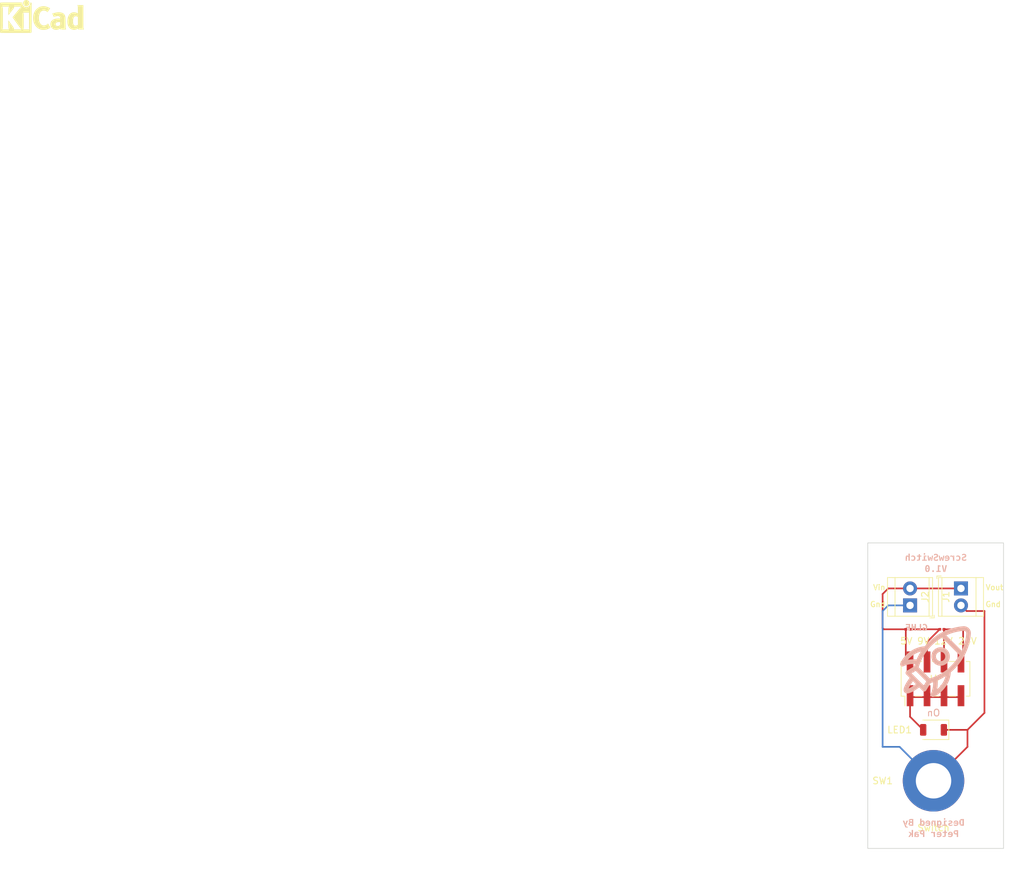
<source format=kicad_pcb>
(kicad_pcb (version 20221018) (generator pcbnew)
  (layers (0 "F.Cu" signal) (31 "B.Cu" signal) (34 "B.Paste" user) (35 "F.Paste" user) (36 "B.SilkS" user "B.Silkscreen") (37 "F.SilkS" user "F.Silkscreen") (38 "B.Mask" user) (39 "F.Mask" user) (44 "Edge.Cuts" user))
  (net 0 "")
  (net 1 "Net-(BT1-+)")
  (net 2 "Net-(BT1--)")
  (net 3 "Net-(J4-Pin_4)")
  (net 4 "Net-(J4-Pin_6)")
  (net 5 "Net-(J4-Pin_8)")
  (net 6 "Net-(J1-Pin_2)")
  (net 7 "Net-(J4-Pin_1)")
  (footprint "Connector_PinHeader_2.54mm:PinHeader_2x04_P2.54mm_Vertical_SMD" (layer "F.Cu") (at 139.997503 101.585 90)
    (fp_text reference "J4" (at -0.015 -0.297503 180) (layer "F.SilkS"))
    (fp_text value "Conn_02x04_Odd_Even")
    (pad "1" smd rect (at -2.525 -3.81 90) (size 3.15 1) (layers "F.Cu" "F.Paste" "F.Mask") (net 7 "Net-(J4-Pin_1)"))
    (pad "2" smd rect (at 2.525 -3.81 90) (size 3.15 1) (layers "F.Cu" "F.Paste" "F.Mask") (net 1 "Net-(BT1-+)"))
    (pad "3" smd rect (at -2.525 -1.27 90) (size 3.15 1) (layers "F.Cu" "F.Paste" "F.Mask") (net 7 "Net-(J4-Pin_1)"))
    (pad "4" smd rect (at 2.525 -1.27 90) (size 3.15 1) (layers "F.Cu" "F.Paste" "F.Mask") (net 3 "Net-(J4-Pin_4)"))
    (pad "5" smd rect (at -2.525 1.27 90) (size 3.15 1) (layers "F.Cu" "F.Paste" "F.Mask") (net 7 "Net-(J4-Pin_1)"))
    (pad "6" smd rect (at 2.525 1.27 90) (size 3.15 1) (layers "F.Cu" "F.Paste" "F.Mask") (net 4 "Net-(J4-Pin_6)"))
    (pad "7" smd rect (at -2.525 3.81 90) (size 3.15 1) (layers "F.Cu" "F.Paste" "F.Mask") (net 7 "Net-(J4-Pin_1)"))
    (pad "8" smd rect (at 2.525 3.81 90) (size 3.15 1) (layers "F.Cu" "F.Paste" "F.Mask") (net 5 "Net-(J4-Pin_8)"))
  )
  (footprint "LED_SMD:LED_1206_3216Metric_ReverseMount_Hole1.8x2.4mm" (layer "F.Cu") (at 139.7 109.22 180)
    (fp_text reference "LED1" (at 5.08 0) (layer "F.SilkS"))
    (fp_text value "5V RED")
    (pad "" np_thru_hole oval (at 0 0 180) (size 1.8 2.4) (drill oval 1.8 2.4) (layers "*.Cu" "*.Mask"))
    (pad "1" smd roundrect (at -1.55 0 180) (size 0.95 1.75) (layers "F.Cu" "F.Paste" "F.Mask") (roundrect_rratio 0.2) (net 6 "Net-(J1-Pin_2)"))
    (pad "2" smd roundrect (at 1.55 0 180) (size 0.95 1.75) (layers "F.Cu" "F.Paste" "F.Mask") (roundrect_rratio 0.2) (net 7 "Net-(J4-Pin_1)"))
  )
  (footprint "TerminalBlock_TE-Connectivity:TerminalBlock_TE_282834-2_1x02_P2.54mm_Horizontal" (layer "F.Cu") (at 143.807503 88.055716 -90)
    (fp_text reference "J1" (at 1.27 2.85 -90) (layer "F.SilkS") (effects (justify top)))
    (fp_text value "Screw_Terminal_Device_Output")
    (pad "1" thru_hole rect (at 0 0 270) (size 2.1 2.1) (drill 1.1) (layers "*.Cu" "*.Mask") (net 1 "Net-(BT1-+)"))
    (pad "2" thru_hole circle (at 2.54 0 270) (size 2.1 2.1) (drill 1.1) (layers "*.Cu" "*.Mask") (net 6 "Net-(J1-Pin_2)"))
  )
  (footprint "TerminalBlock_TE-Connectivity:TerminalBlock_TE_282834-2_1x02_P2.54mm_Horizontal" (layer "F.Cu") (at 136.187503 90.595716 90)
    (fp_text reference "J2" (at 1.27 2.85 90) (layer "F.SilkS") (effects (justify bottom)))
    (fp_text value "Screw_Terminal_Battery")
    (pad "1" thru_hole rect (at 0 0 90) (size 2.1 2.1) (drill 1.1) (layers "*.Cu" "*.Mask") (net 2 "Net-(BT1--)"))
    (pad "2" thru_hole circle (at 2.54 0 90) (size 2.1 2.1) (drill 1.1) (layers "*.Cu" "*.Mask") (net 1 "Net-(BT1-+)"))
  )
  (footprint "Symbol:KiCad-Logo_5mm_SilkScreen" (layer "F.Cu") (at 6.281708 2.982424)
    (fp_text reference "BT1" hide)
    (fp_text value "Battery" hide)
  )
  (footprint "MountingHole:MountingHole_3mm" (layer "F.Cu") (at 132.711923 83.832305)
    (fp_text reference "H1" hide)
    (fp_text value "MountingHole")
    (pad "" np_thru_hole circle (at 0 0) (size 3 3) (drill 3) (layers "*.Cu" "*.Mask"))
  )
  (footprint "MountingHole:MountingHole_3mm" (layer "F.Cu") (at 147.32 124.46)
    (fp_text reference "H4" hide)
    (fp_text value "MountingHole")
    (pad "" np_thru_hole circle (at 0 0) (size 3 3) (drill 3) (layers "*.Cu" "*.Mask"))
  )
  (footprint "Resistor_SMD:R_0201_0603Metric" (layer "F.Cu") (at 135.867503 94.171041)
    (fp_text reference "R1" hide)
    (fp_text value "200")
    (pad "1" smd roundrect (at -0.32 0) (size 0.46 0.4) (layers "F.Cu" "F.Mask") (net 1 "Net-(BT1-+)"))
    (pad "2" smd roundrect (at 0.32 0) (size 0.46 0.4) (layers "F.Cu" "F.Mask") (net 3 "Net-(J4-Pin_4)"))
  )
  (footprint "MountingHole:MountingHole_3mm" (layer "F.Cu") (at 147.32 83.82)
    (fp_text reference "H2" hide)
    (fp_text value "MountingHole")
    (pad "" np_thru_hole circle (at 0 0) (size 3 3) (drill 3) (layers "*.Cu" "*.Mask"))
  )
  (footprint "MountingHole:MountingHole_3mm" (layer "F.Cu") (at 132.711923 124.472305)
    (fp_text reference "H3" hide)
    (fp_text value "MountingHole")
    (pad "" np_thru_hole circle (at 0 0) (size 3 3) (drill 3) (layers "*.Cu" "*.Mask"))
  )
  (footprint "MountingHole:MountingHole_5.3mm_M5_DIN965_Pad_TopBottom" (layer "F.Cu") (at 139.7 116.84)
    (fp_text reference "SW1" (at -7.62 0) (layer "F.SilkS"))
    (fp_text value "SW_DIP_x01")
    (pad "1" thru_hole circle (at 0 0) (size 5.7 5.7) (drill 5.3) (layers "*.Cu" "*.Mask") (net 2 "Net-(BT1--)"))
    (pad "1" connect circle (at 0 0) (size 9.2 9.2) (layers "F.Cu" "F.Mask") (net 2 "Net-(BT1--)"))
    (pad "1" connect circle (at 0 0) (size 9.2 9.2) (layers "B.Cu" "B.Mask") (net 2 "Net-(BT1--)"))
  )
  (footprint "Resistor_SMD:R_0201_0603Metric" (layer "F.Cu") (at 143.807503 94.171041)
    (fp_text reference "R3" hide)
    (fp_text value "560")
    (pad "1" smd roundrect (at -0.32 0) (size 0.46 0.4) (layers "F.Cu" "F.Mask") (net 4 "Net-(J4-Pin_6)"))
    (pad "2" smd roundrect (at 0.32 0) (size 0.46 0.4) (layers "F.Cu" "F.Mask") (net 5 "Net-(J4-Pin_8)"))
  )
  (footprint "Resistor_SMD:R_0201_0603Metric" (layer "F.Cu") (at 140.947503 94.171041)
    (fp_text reference "R2" hide)
    (fp_text value "300")
    (pad "1" smd roundrect (at -0.32 0) (size 0.46 0.4) (layers "F.Cu" "F.Mask") (net 3 "Net-(J4-Pin_4)"))
    (pad "2" smd roundrect (at 0.32 0) (size 0.46 0.4) (layers "F.Cu" "F.Mask") (net 4 "Net-(J4-Pin_6)"))
  )
  (gr_poly (pts (xy 140.823116 96.858398) (xy 140.889418 96.86315) (xy 140.955473 96.871069) (xy 141.021159 96.882154) (xy 141.086352 96.896407) (xy 141.150928 96.913826) (xy 141.214765 96.934413) (xy 141.277739 96.958166) (xy 141.339727 96.985086) (xy 141.400605 97.015173) (xy 141.460251 97.048427) (xy 141.518542 97.084848) (xy 141.575353 97.124436) (xy 141.630562 97.16719) (xy 141.684045 97.213111) (xy 141.73568 97.262199) (xy 141.784706 97.313777) (xy 141.830569 97.367216) (xy 141.873269 97.42239) (xy 141.912806 97.479176) (xy 141.94918 97.53745) (xy 141.982391 97.597087) (xy 142.012439 97.657965) (xy 142.039324 97.719958) (xy 142.063046 97.782943) (xy 142.083605 97.846796) (xy 142.101002 97.911393) (xy 142.115235 97.97661) (xy 142.126305 98.042323) (xy 142.134213 98.108407) (xy 142.138957 98.17474) (xy 142.140538 98.241197) (xy 142.138957 98.307654) (xy 142.134213 98.373986) (xy 142.126305 98.440071) (xy 142.115235 98.505784) (xy 142.101002 98.571001) (xy 142.083605 98.635598) (xy 142.063046 98.699451) (xy 142.039324 98.762436) (xy 142.012439 98.824429) (xy 141.982391 98.885307) (xy 141.94918 98.944944) (xy 141.912806 99.003218) (xy 141.873269 99.060004) (xy 141.830569 99.115178) (xy 141.784706 99.168616) (xy 141.73568 99.220195) (xy 141.6841 99.269224) (xy 141.63066 99.315091) (xy 141.575484 99.357793) (xy 141.518697 99.397333) (xy 141.460422 99.433709) (xy 141.400783 99.466922) (xy 141.339904 99.496972) (xy 141.27791 99.523859) (xy 141.214924 99.547582) (xy 141.15107 99.568142) (xy 141.086473 99.585539) (xy 141.021255 99.599773) (xy 140.955542 99.610844) (xy 140.889457 99.618751) (xy 140.823124 99.623495) (xy 140.756667 99.625076) (xy 140.690211 99.623494) (xy 140.623878 99.618749) (xy 140.557794 99.610841) (xy 140.492081 99.599769) (xy 140.426865 99.585535) (xy 140.362269 99.568137) (xy 140.298416 99.547577) (xy 140.235432 99.523853) (xy 140.17344 99.496966) (xy 140.112564 99.466917) (xy 140.052927 99.433704) (xy 139.994655 99.397328) (xy 139.937871 99.357789) (xy 139.882698 99.315087) (xy 139.829262 99.269223) (xy 139.777685 99.220195) (xy 139.728659 99.168615) (xy 139.682796 99.115175) (xy 139.640096 99.06) (xy 139.60056 99.003213) (xy 139.564186 98.944939) (xy 139.530975 98.885301) (xy 139.500926 98.824423) (xy 139.474041 98.76243) (xy 139.450319 98.699445) (xy 139.42976 98.635593) (xy 139.412364 98.570997) (xy 139.39813 98.50578) (xy 139.38706 98.440068) (xy 139.379153 98.373984) (xy 139.374408 98.307653) (xy 139.372827 98.241197) (xy 139.372827 98.241194) (xy 140.064726 98.241194) (xy 140.065517 98.274423) (xy 140.067889 98.307589) (xy 140.071843 98.340631) (xy 140.077378 98.373487) (xy 140.084495 98.406096) (xy 140.093194 98.438394) (xy 140.103474 98.470321) (xy 140.115335 98.501813) (xy 140.128778 98.53281) (xy 140.143803 98.563249) (xy 140.160409 98.593068) (xy 140.178597 98.622205) (xy 140.198366 98.650598) (xy 140.219717 98.678186) (xy 140.242649 98.704906) (xy 140.267163 98.730696) (xy 140.292955 98.755208) (xy 140.319677 98.778138) (xy 140.347266 98.799487) (xy 140.375661 98.819255) (xy 140.404799 98.837441) (xy 140.434619 98.854046) (xy 140.465059 98.86907) (xy 140.496057 98.882512) (xy 140.527551 98.894372) (xy 140.559478 98.904652) (xy 140.591777 98.913349) (xy 140.624386 98.920466) (xy 140.657242 98.926001) (xy 140.690285 98.929954) (xy 140.723451 98.932326) (xy 140.75668 98.933117) (xy 140.789908 98.932326) (xy 140.823075 98.929954) (xy 140.856117 98.926001) (xy 140.888973 98.920466) (xy 140.921581 98.913349) (xy 140.95388 98.904652) (xy 140.985806 98.894372) (xy 141.017299 98.882512) (xy 141.048295 98.86907) (xy 141.078734 98.854046) (xy 141.108553 98.837441) (xy 141.13769 98.819255) (xy 141.166084 98.799487) (xy 141.193671 98.778138) (xy 141.220391 98.755208) (xy 141.246181 98.730696) (xy 141.270693 98.704907) (xy 141.293624 98.678189) (xy 141.314973 98.650602) (xy 141.334741 98.62221) (xy 141.352927 98.593073) (xy 141.369532 98.563255) (xy 141.384555 98.532816) (xy 141.397997 98.501819) (xy 141.409858 98.470326) (xy 141.420137 98.438399) (xy 141.428834 98.4061) (xy 141.43595 98.373491) (xy 141.441485 98.340634) (xy 141.445438 98.307591) (xy 141.44781 98.274424) (xy 141.4486 98.241194) (xy 141.447809 98.207965) (xy 141.445436 98.174798) (xy 141.441482 98.141754) (xy 141.435946 98.108897) (xy 141.428829 98.076287) (xy 141.420131 98.043987) (xy 141.40985 98.01206) (xy 141.397989 97.980566) (xy 141.384546 97.949568) (xy 141.369521 97.919128) (xy 141.352915 97.889308) (xy 141.334727 97.86017) (xy 141.314958 97.831776) (xy 141.293607 97.804188) (xy 141.270675 97.777468) (xy 141.246161 97.751678) (xy 141.220367 97.72716) (xy 141.193644 97.704224) (xy 141.166054 97.68287) (xy 141.137659 97.663098) (xy 141.10852 97.644907) (xy 141.0787 97.628299) (xy 141.048261 97.613272) (xy 141.017264 97.599827) (xy 140.985772 97.587963) (xy 140.953846 97.577682) (xy 140.921548 97.568982) (xy 140.888941 97.561864) (xy 140.856086 97.556328) (xy 140.823045 97.552373) (xy 140.789881 97.550001) (xy 140.756654 97.54921) (xy 140.723428 97.550001) (xy 140.690263 97.552373) (xy 140.657223 97.556328) (xy 140.624368 97.561864) (xy 140.591762 97.568982) (xy 140.559465 97.577682) (xy 140.52754 97.587963) (xy 140.496048 97.599827) (xy 140.465052 97.613272) (xy 140.434614 97.628299) (xy 140.404795 97.644907) (xy 140.375658 97.663098) (xy 140.347264 97.68287) (xy 140.319676 97.704224) (xy 140.292955 97.72716) (xy 140.267163 97.751678) (xy 140.242649 97.77747) (xy 140.219717 97.804191) (xy 140.198366 97.83178) (xy 140.178597 97.860175) (xy 140.160409 97.889314) (xy 140.143803 97.919134) (xy 140.128778 97.949574) (xy 140.115335 97.980572) (xy 140.103474 98.012065) (xy 140.093194 98.043992) (xy 140.084495 98.076291) (xy 140.077378 98.1089) (xy 140.071843 98.141757) (xy 140.067889 98.174799) (xy 140.065517 98.207966) (xy 140.064726 98.241194) (xy 139.372827 98.241194) (xy 139.374408 98.174741) (xy 139.379153 98.108409) (xy 139.38706 98.042325) (xy 139.39813 97.976613) (xy 139.412364 97.911397) (xy 139.42976 97.846801) (xy 139.450319 97.782948) (xy 139.474041 97.719963) (xy 139.500926 97.65797) (xy 139.530975 97.597093) (xy 139.564186 97.537455) (xy 139.60056 97.479181) (xy 139.640096 97.422394) (xy 139.682796 97.367219) (xy 139.728659 97.313779) (xy 139.777685 97.262199) (xy 139.829322 97.213108) (xy 139.882807 97.167184) (xy 139.938018 97.124427) (xy 139.994831 97.084838) (xy 140.053122 97.048416) (xy 140.11277 97.015162) (xy 140.17365 96.985074) (xy 140.235639 96.958154) (xy 140.298613 96.934402) (xy 140.362451 96.913816) (xy 140.427028 96.896398) (xy 140.492221 96.882147) (xy 140.557907 96.871063) (xy 140.623963 96.863146) (xy 140.690265 96.858396) (xy 140.756691 96.856814)) (fill solid) (layer "B.SilkS"))
  (gr_poly (pts (xy 144.269464 93.709113) (xy 144.326317 93.712418) (xy 144.382697 93.718762) (xy 144.438489 93.728104) (xy 144.493581 93.740404) (xy 144.547857 93.755619) (xy 144.601205 93.773708) (xy 144.65351 93.794632) (xy 144.704659 93.818347) (xy 144.754538 93.844813) (xy 144.803032 93.873989) (xy 144.850028 93.905834) (xy 144.895413 93.940306) (xy 144.939072 93.977364) (xy 144.980891 94.016967) (xy 145.020492 94.058781) (xy 145.057552 94.102433) (xy 145.092027 94.147809) (xy 145.123878 94.194795) (xy 145.153061 94.24328) (xy 145.179535 94.293149) (xy 145.203258 94.34429) (xy 145.224189 94.396589) (xy 145.242285 94.449934) (xy 145.257504 94.50421) (xy 145.269805 94.559306) (xy 145.279146 94.615107) (xy 145.285485 94.671501) (xy 145.28878 94.728374) (xy 145.28899 94.785614) (xy 145.286072 94.843107) (xy 145.25481 95.162405) (xy 145.211066 95.479955) (xy 145.154903 95.795486) (xy 145.086386 96.108725) (xy 145.005581 96.419399) (xy 144.912552 96.727235) (xy 144.807363 97.031962) (xy 144.690079 97.333306) (xy 144.567793 97.615555) (xy 144.502394 97.755784) (xy 144.434141 97.895348) (xy 144.363022 98.034194) (xy 144.289025 98.172272) (xy 144.212137 98.309529) (xy 144.132346 98.445913) (xy 144.049639 98.581374) (xy 143.964005 98.715859) (xy 143.87543 98.849318) (xy 143.783903 98.981697) (xy 143.689411 99.112946) (xy 143.591941 99.243012) (xy 143.491482 99.371845) (xy 143.388021 99.499392) (xy 143.260235 99.6503) (xy 143.129441 99.797753) (xy 142.995696 99.941725) (xy 142.859055 100.08219) (xy 142.719573 100.219121) (xy 142.577308 100.352492) (xy 142.432314 100.482277) (xy 142.284649 100.608448) (xy 142.267491 100.800834) (xy 142.241435 100.991801) (xy 142.206585 101.181106) (xy 142.163049 101.368509) (xy 142.11093 101.553767) (xy 142.050335 101.736639) (xy 141.981369 101.916883) (xy 141.904138 102.094257) (xy 141.818746 102.26852) (xy 141.7253 102.439431) (xy 141.623904 102.606746) (xy 141.514665 102.770226) (xy 141.397688 102.929627) (xy 141.273078 103.084708) (xy 141.14094 103.235229) (xy 141.001381 103.380946) (xy 140.932949 103.447931) (xy 140.863191 103.513354) (xy 140.792125 103.577201) (xy 140.719766 103.63946) (xy 140.646133 103.70012) (xy 140.571241 103.759168) (xy 140.495109 103.816593) (xy 140.417753 103.872383) (xy 140.33919 103.926524) (xy 140.259438 103.979006) (xy 140.178513 104.029816) (xy 140.096432 104.078943) (xy 140.013212 104.126373) (xy 139.92887 104.172096) (xy 139.843424 104.216098) (xy 139.75689 104.258369) (xy 139.744415 104.264001) (xy 139.731806 104.269107) (xy 139.719079 104.273691) (xy 139.706248 104.277755) (xy 139.680331 104.284332) (xy 139.654171 104.288859) (xy 139.627885 104.291356) (xy 139.601588 104.291842) (xy 139.575397 104.290338) (xy 139.549426 104.286863) (xy 139.523791 104.281438) (xy 139.498609 104.274082) (xy 139.473996 104.264816) (xy 139.450067 104.25366) (xy 139.426938 104.240632) (xy 139.404725 104.225755) (xy 139.393998 104.217628) (xy 139.383543 104.209047) (xy 139.373376 104.200012) (xy 139.36351 104.190528) (xy 139.344991 104.170497) (xy 139.328282 104.149317) (xy 139.313403 104.127104) (xy 139.300375 104.103974) (xy 139.289217 104.080042) (xy 139.27995 104.055426) (xy 139.272593 104.030242) (xy 139.267167 104.004604) (xy 139.263691 103.97863) (xy 139.262187 103.952436) (xy 139.262673 103.926138) (xy 139.26517 103.899851) (xy 139.269698 103.873693) (xy 139.276277 103.847779) (xy 139.284927 103.822225) (xy 139.295669 103.797147) (xy 139.342309 103.694983) (xy 139.385622 103.591758) (xy 139.425594 103.487577) (xy 139.46221 103.382547) (xy 139.495456 103.276771) (xy 139.525318 103.170357) (xy 139.53429 103.134098) (xy 140.244859 103.134098) (xy 140.355876 103.038907) (xy 140.463225 102.939506) (xy 140.566749 102.836049) (xy 140.666292 102.728695) (xy 140.761698 102.617599) (xy 140.85281 102.502917) (xy 140.939471 102.384807) (xy 141.021526 102.263424) (xy 141.098818 102.138925) (xy 141.171191 102.011466) (xy 141.238487 101.881204) (xy 141.300552 101.748296) (xy 141.357228 101.612896) (xy 141.408359 101.475163) (xy 141.453788 101.335253) (xy 141.49336 101.193321) (xy 141.350969 101.283942) (xy 141.206792 101.371601) (xy 141.060866 101.456277) (xy 140.913223 101.537951) (xy 140.7639 101.616601) (xy 140.61293 101.692209) (xy 140.460348 101.764752) (xy 140.306189 101.834211) (xy 140.321738 101.995056) (xy 140.330592 102.156872) (xy 140.332784 102.319407) (xy 140.328342 102.48241) (xy 140.317299 102.645632) (xy 140.299683 102.808821) (xy 140.275527 102.971726) (xy 140.244859 103.134098) (xy 139.53429 103.134098) (xy 139.551783 103.063408) (xy 139.574835 102.956032) (xy 139.594461 102.848333) (xy 139.610647 102.740417) (xy 139.623379 102.632389) (xy 139.632642 102.524355) (xy 139.638423 102.416421) (xy 139.640706 102.308691) (xy 139.63948 102.201271) (xy 139.634728 102.094268) (xy 139.544012 102.124381) (xy 139.452874 102.153499) (xy 139.361309 102.181593) (xy 139.269314 102.208638) (xy 138.605935 103.314283) (xy 138.594596 103.331981) (xy 138.582423 103.348722) (xy 138.569464 103.3645) (xy 138.555766 103.37931) (xy 138.541376 103.393148) (xy 138.526341 103.406008) (xy 138.51071 103.417886) (xy 138.494529 103.428777) (xy 138.477845 103.438675) (xy 138.460707 103.447575) (xy 138.443161 103.455473) (xy 138.425255 103.462364) (xy 138.407036 103.468242) (xy 138.388551 103.473103) (xy 138.369848 103.476942) (xy 138.350974 103.479753) (xy 138.331976 103.481532) (xy 138.312903 103.482274) (xy 138.2938 103.481973) (xy 138.274716 103.480625) (xy 138.255698 103.478225) (xy 138.236793 103.474767) (xy 138.218049 103.470247) (xy 138.199512 103.46466) (xy 138.181231 103.458001) (xy 138.163253 103.450265) (xy 138.145624 103.441446) (xy 138.128393 103.43154) (xy 138.111606 103.420542) (xy 138.095311 103.408447) (xy 138.079556 103.39525) (xy 138.064387 103.380946) (xy 137.553763 102.870321) (xy 137.471457 102.932127) (xy 137.382863 102.996487) (xy 137.28888 103.062639) (xy 137.190406 103.129819) (xy 137.088339 103.197267) (xy 136.983578 103.264221) (xy 136.87702 103.329918) (xy 136.769564 103.393596) (xy 136.675312 103.447182) (xy 136.584204 103.496776) (xy 136.496313 103.542345) (xy 136.411711 103.583855) (xy 136.330471 103.621271) (xy 136.252667 103.654559) (xy 136.178369 103.683685) (xy 136.107653 103.708615) (xy 136.058612 103.724005) (xy 136.009209 103.737696) (xy 135.959608 103.749463) (xy 135.909974 103.759083) (xy 135.860474 103.766333) (xy 135.811273 103.770989) (xy 135.762536 103.772827) (xy 135.714429 103.771624) (xy 135.667118 103.767156) (xy 135.620769 103.7592) (xy 135.598006 103.753843) (xy 135.575546 103.747531) (xy 135.553409 103.740235) (xy 135.531616 103.731927) (xy 135.510187 103.72258) (xy 135.489144 103.712164) (xy 135.468507 103.700653) (xy 135.448296 103.688019) (xy 135.428532 103.674232) (xy 135.409237 103.659267) (xy 135.39043 103.643093) (xy 135.372133 103.625685) (xy 135.3432 103.594183) (xy 135.317428 103.560705) (xy 135.294818 103.525261) (xy 135.275372 103.48786) (xy 135.259091 103.448513) (xy 135.245976 103.40723) (xy 135.236028 103.364022) (xy 135.229248 103.318898) (xy 135.225637 103.271868) (xy 135.225197 103.222943) (xy 135.227929 103.172134) (xy 135.233834 103.119449) (xy 135.242912 103.064899) (xy 135.252959 103.018653) (xy 135.979226 103.018653) (xy 136.028989 102.997885) (xy 136.084641 102.97299) (xy 136.146399 102.943592) (xy 136.214475 102.909318) (xy 136.289085 102.869794) (xy 136.370443 102.824644) (xy 136.458763 102.773496) (xy 136.55426 102.715974) (xy 136.624627 102.672223) (xy 136.693524 102.628269) (xy 136.760656 102.584393) (xy 136.825729 102.540874) (xy 136.888445 102.497996) (xy 136.948511 102.456037) (xy 137.005631 102.41528) (xy 137.05951 102.376006) (xy 136.621873 101.93837) (xy 136.541845 102.049365) (xy 136.499889 102.109429) (xy 136.457013 102.172143) (xy 136.413496 102.237214) (xy 136.369619 102.304346) (xy 136.325662 102.373246) (xy 136.281905 102.443619) (xy 136.224382 102.539116) (xy 136.173232 102.627436) (xy 136.12808 102.708794) (xy 136.088553 102.783404) (xy 136.054278 102.85148) (xy 136.024881 102.913238) (xy 135.999988 102.96889) (xy 135.979226 103.018653) (xy 135.252959 103.018653) (xy 135.255166 103.008495) (xy 135.270595 102.950247) (xy 135.289203 102.890165) (xy 135.314133 102.819441) (xy 135.343258 102.745139) (xy 135.376546 102.667331) (xy 135.413962 102.586091) (xy 135.455472 102.50149) (xy 135.501041 102.413602) (xy 135.550636 102.322498) (xy 135.604222 102.228253) (xy 135.667907 102.120796) (xy 135.733609 102.014237) (xy 135.800566 101.909473) (xy 135.868016 101.807404) (xy 135.935199 101.708929) (xy 136.001351 101.614946) (xy 136.065711 101.526355) (xy 136.127517 101.444055) (xy 135.616893 100.933431) (xy 135.602552 100.918223) (xy 135.589328 100.90243) (xy 135.577213 100.886101) (xy 135.566203 100.869282) (xy 135.556292 100.852021) (xy 135.547474 100.834365) (xy 135.539744 100.816362) (xy 135.533097 100.798058) (xy 135.527525 100.779502) (xy 135.523024 100.76074) (xy 135.522422 100.757421) (xy 136.419922 100.757421) (xy 138.240459 102.577957) (xy 138.607588 101.966089) (xy 137.031791 100.390292) (xy 136.419922 100.757421) (xy 135.522422 100.757421) (xy 135.519589 100.741821) (xy 135.517213 100.722791) (xy 135.515891 100.703697) (xy 135.515618 100.684588) (xy 135.516387 100.66551) (xy 135.518193 100.64651) (xy 135.521031 100.627637) (xy 135.524895 100.608938) (xy 135.529779 100.590459) (xy 135.535677 100.572248) (xy 135.542585 100.554354) (xy 135.550496 100.536822) (xy 135.559405 100.5197) (xy 135.569305 100.503036) (xy 135.580193 100.486877) (xy 135.592061 100.47127) (xy 135.604905 100.456264) (xy 135.618718 100.441904) (xy 135.633495 100.428239) (xy 135.649231 100.415315) (xy 135.665919 100.403181) (xy 135.683555 100.391883) (xy 136.58115 99.853333) (xy 137.473809 99.853333) (xy 139.144546 101.52405) (xy 139.498102 101.409481) (xy 139.843298 101.278818) (xy 140.179745 101.132552) (xy 140.507053 100.971175) (xy 140.82483 100.795179) (xy 141.132687 100.605055) (xy 141.430233 100.401296) (xy 141.717079 100.184392) (xy 141.992833 99.954837) (xy 142.257106 99.71312) (xy 142.509508 99.459735) (xy 142.749647 99.195173) (xy 142.977135 98.919925) (xy 143.191579 98.634484) (xy 143.392591 98.339341) (xy 143.57978 98.034988) (xy 140.96285 95.418057) (xy 140.651675 95.609631) (xy 140.351187 95.81485) (xy 140.061755 96.033235) (xy 139.78375 96.26431) (xy 139.517543 96.507597) (xy 139.263504 96.76262) (xy 139.022003 97.028902) (xy 138.79341 97.305964) (xy 138.578096 97.593331) (xy 138.376431 97.890525) (xy 138.188786 98.197068) (xy 138.01553 98.512484) (xy 137.857034 98.836296) (xy 137.713668 99.168026) (xy 137.585803 99.507198) (xy 137.473809 99.853333) (xy 136.58115 99.853333) (xy 136.789201 99.728504) (xy 136.816254 99.63651) (xy 136.844348 99.544947) (xy 136.87346 99.453815) (xy 136.903571 99.363111) (xy 136.796564 99.358355) (xy 136.689141 99.357125) (xy 136.581408 99.359405) (xy 136.473472 99.365182) (xy 136.365436 99.374442) (xy 136.257407 99.387171) (xy 136.14949 99.403355) (xy 136.041791 99.42298) (xy 135.934415 99.446032) (xy 135.827467 99.472497) (xy 135.721054 99.50236) (xy 135.61528 99.535609) (xy 135.510252 99.572228) (xy 135.406074 99.612203) (xy 135.302852 99.655522) (xy 135.200691 99.702169) (xy 135.191755 99.706266) (xy 135.182747 99.710091) (xy 135.173673 99.713647) (xy 135.164538 99.716934) (xy 135.155348 99.719952) (xy 135.146108 99.722703) (xy 135.136823 99.725188) (xy 135.1275 99.727408) (xy 135.118142 99.729363) (xy 135.108756 99.731054) (xy 135.099348 99.732483) (xy 135.089922 99.73365) (xy 135.080484 99.734556) (xy 135.07104 99.735202) (xy 135.061594 99.735589) (xy 135.052153 99.735717) (xy 135.035322 99.735308) (xy 135.018552 99.734084) (xy 135.001875 99.73205) (xy 134.98532 99.729212) (xy 134.968918 99.725575) (xy 134.9527 99.721143) (xy 134.936696 99.715924) (xy 134.920936 99.709921) (xy 134.905452 99.70314) (xy 134.890274 99.695586) (xy 134.875431 99.687264) (xy 134.860956 99.67818) (xy 134.846877 99.66834) (xy 134.833227 99.657747) (xy 134.820034 99.646408) (xy 134.807331 99.634328) (xy 134.788812 99.614301) (xy 134.772104 99.593124) (xy 134.757226 99.570914) (xy 134.744199 99.547786) (xy 134.733043 99.523857) (xy 134.723777 99.499242) (xy 134.716421 99.474059) (xy 134.710996 99.448423) (xy 134.707521 99.42245) (xy 134.706017 99.396256) (xy 134.706503 99.369958) (xy 134.709 99.343672) (xy 134.713527 99.317514) (xy 134.720105 99.2916) (xy 134.728752 99.266046) (xy 134.73949 99.240968) (xy 134.781761 99.154438) (xy 134.825763 99.068995) (xy 134.871484 98.984656) (xy 134.918914 98.901439) (xy 134.968039 98.819359) (xy 135.009703 98.752999) (xy 135.86374 98.752999) (xy 136.026117 98.722338) (xy 136.189024 98.698187) (xy 136.352212 98.680574) (xy 136.515433 98.669531) (xy 136.678438 98.665089) (xy 136.840978 98.667278) (xy 137.002804 98.676128) (xy 137.163668 98.691669) (xy 137.233122 98.537511) (xy 137.305662 98.384929) (xy 137.381269 98.233958) (xy 137.459921 98.084633) (xy 137.541597 97.936988) (xy 137.626276 97.791058) (xy 137.713937 97.646876) (xy 137.804558 97.504478) (xy 137.687425 97.536651) (xy 137.571354 97.572889) (xy 137.456433 97.613157) (xy 137.342747 97.657416) (xy 137.230384 97.705627) (xy 137.11943 97.757753) (xy 137.009972 97.813756) (xy 136.902096 97.873597) (xy 136.795888 97.937239) (xy 136.691436 98.004644) (xy 136.588826 98.075773) (xy 136.488144 98.150589) (xy 136.389477 98.229053) (xy 136.292912 98.311128) (xy 136.198535 98.396775) (xy 136.106433 98.485957) (xy 136.074641 98.518123) (xy 136.043264 98.55064) (xy 136.012301 98.583506) (xy 135.981753 98.616718) (xy 135.951623 98.650276) (xy 135.92191 98.684177) (xy 135.892615 98.718418) (xy 135.86374 98.752999) (xy 135.009703 98.752999) (xy 135.018847 98.738435) (xy 135.071328 98.658684) (xy 135.125469 98.580121) (xy 135.181257 98.502765) (xy 135.238682 98.426632) (xy 135.29773 98.35174) (xy 135.35839 98.278105) (xy 135.420651 98.205744) (xy 135.484499 98.134675) (xy 135.549924 98.064914) (xy 135.616913 97.996478) (xy 135.762634 97.856912) (xy 135.913157 97.724769) (xy 136.06824 97.600156) (xy 136.227643 97.483176) (xy 136.391122 97.373936) (xy 136.558438 97.272541) (xy 136.729348 97.179096) (xy 136.90361 97.093706) (xy 137.080983 97.016476) (xy 137.261226 96.947513) (xy 137.444097 96.88692) (xy 137.629353 96.834804) (xy 137.816755 96.79127) (xy 138.006059 96.756423) (xy 138.197025 96.730368) (xy 138.38941 96.71321) (xy 138.515588 96.565544) (xy 138.645375 96.420549) (xy 138.778747 96.278281) (xy 138.915677 96.138797) (xy 139.056139 96.002154) (xy 139.200109 95.868409) (xy 139.34756 95.737618) (xy 139.498467 95.609838) (xy 139.626018 95.506376) (xy 139.754855 95.405916) (xy 139.884927 95.308445) (xy 140.01618 95.21395) (xy 140.148564 95.122421) (xy 140.208664 95.082533) (xy 141.606303 95.082533) (xy 143.915346 97.391576) (xy 143.98365 97.239619) (xy 144.048706 97.086017) (xy 144.110474 96.930816) (xy 144.168913 96.774063) (xy 144.223984 96.615807) (xy 144.275645 96.456094) (xy 144.323858 96.294971) (xy 144.368582 96.132485) (xy 144.409775 95.968683) (xy 144.447399 95.803613) (xy 144.481413 95.637322) (xy 144.511777 95.469857) (xy 144.53845 95.301265) (xy 144.561392 95.131593) (xy 144.580563 94.960888) (xy 144.595923 94.789197) (xy 144.596954 94.769287) (xy 144.59693 94.74955) (xy 144.59586 94.730012) (xy 144.593755 94.7107) (xy 144.590625 94.691642) (xy 144.586479 94.672864) (xy 144.581329 94.654394) (xy 144.575183 94.636259) (xy 144.568052 94.618485) (xy 144.559946 94.6011) (xy 144.550875 94.58413) (xy 144.540849 94.567604) (xy 144.529877 94.551547) (xy 144.517971 94.535987) (xy 144.50514 94.520951) (xy 144.491393 94.506466) (xy 144.476908 94.492722) (xy 144.461872 94.479892) (xy 144.446312 94.467986) (xy 144.430255 94.457013) (xy 144.413729 94.446985) (xy 144.39676 94.437912) (xy 144.379376 94.429803) (xy 144.361603 94.42267) (xy 144.343468 94.416523) (xy 144.325 94.411371) (xy 144.306224 94.407226) (xy 144.287168 94.404097) (xy 144.267858 94.401996) (xy 144.248323 94.400931) (xy 144.228588 94.400915) (xy 144.208682 94.401956) (xy 144.036992 94.417316) (xy 143.866287 94.436487) (xy 143.696615 94.459429) (xy 143.528023 94.486103) (xy 143.360557 94.516466) (xy 143.194266 94.55048) (xy 143.029196 94.588104) (xy 142.865395 94.629298) (xy 142.702909 94.674021) (xy 142.541786 94.722234) (xy 142.382072 94.773896) (xy 142.223816 94.828967) (xy 142.067064 94.887406) (xy 141.911863 94.949173) (xy 141.75826 95.014229) (xy 141.606303 95.082533) (xy 140.208664 95.082533) (xy 140.282027 95.033843) (xy 140.416517 94.948206) (xy 140.551982 94.865498) (xy 140.82563 94.708816) (xy 141.102558 94.563701) (xy 141.38235 94.430055) (xy 141.664594 94.307781) (xy 141.965939 94.190496) (xy 142.270666 94.085304) (xy 142.578502 93.992272) (xy 142.889176 93.911465) (xy 143.202415 93.842947) (xy 143.517945 93.786784) (xy 143.835496 93.743043) (xy 144.154793 93.711787) (xy 144.212252 93.708889)) (fill solid) (layer "B.SilkS"))
  (gr_rect (start 129.855961 81.245075) (end 150.175961 126.965075) (stroke (width 0.1)) (fill none) (layer "Edge.Cuts"))
  (gr_text "GLHF" (at 137.16 93.98) (layer "B.SilkS") (effects (font (size 1 1) (thickness 0.2) bold) (justify mirror)))
  (gr_text "On" (at 139.7 106.68) (layer "B.SilkS") (effects (font (size 1 1)) (justify mirror)))
  (gr_text "ScrewSwitch\nV1.0" (at 140.052878 84.338008) (layer "B.SilkS") (effects (font (size 1 1) (thickness 0.2) bold) (justify mirror)))
  (gr_text "Designed By\nPeter Pak" (at 139.7 124) (layer "B.SilkS") (effects (font (size 1 1) (thickness 0.2) bold) (justify mirror)))
  (gr_text "24V" (at 144.78 96.52) (layer "F.SilkS") (effects (font (size 1 1)) (justify bottom)))
  (gr_text "Vin" (at 132.567503 87.435716) (layer "F.SilkS") (effects (font (size 0.8 0.8)) (justify right top)))
  (gr_text "9V" (at 137.16 96.52) (layer "F.SilkS") (effects (font (size 1 1)) (justify left bottom)))
  (gr_text "Vout" (at 147.427503 87.435716) (layer "F.SilkS") (effects (font (size 0.8 0.8)) (justify left top)))
  (gr_text "12V" (at 139.7 96.52) (layer "F.SilkS") (effects (font (size 1 1)) (justify left bottom)))
  (gr_text "Switch" (at 139.7 124.46) (layer "F.SilkS") (effects (font (size 1 1)) (justify bottom)))
  (gr_text "Gnd" (at 147.4 90.9) (layer "F.SilkS") (effects (font (size 0.8 0.8)) (justify left bottom)))
  (gr_text "Gnd" (at 132.58 90.9) (layer "F.SilkS") (effects (font (size 0.8 0.8)) (justify right bottom)))
  (gr_text "5V" (at 134.62 96.52) (layer "F.SilkS") (effects (font (size 1 1)) (justify left bottom)))
  (segment (start 132.271041 94.171041) (end 132.08 93.98) (width 0.25) (layer "F.Cu") (net 1))
  (segment (start 132.08 93.98) (end 132.08 88.9) (width 0.25) (layer "F.Cu") (net 1))
  (segment (start 143.807503 88.055716) (end 136.187503 88.055716) (width 0.25) (layer "F.Cu") (net 1))
  (segment (start 132.08 88.9) (end 132.924284 88.055716) (width 0.25) (layer "F.Cu") (net 1))
  (segment (start 135.547503 94.171041) (end 132.271041 94.171041) (width 0.25) (layer "F.Cu") (net 1))
  (segment (start 135.547503 94.171041) (end 135.547503 98.611041) (width 0.25) (layer "F.Cu") (net 1))
  (segment (start 132.924284 88.055716) (end 136.187503 88.055716) (width 0.25) (layer "F.Cu") (net 1))
  (segment (start 135.547503 98.611041) (end 136.187503 99.251041) (width 0.25) (layer "F.Cu") (net 1))
  (segment (start 136.187503 88.055716) (end 136.397503 88.055716) (width 0.25) (layer "F.Cu") (net 1))
  (segment (start 147.32 106.68) (end 147.32 91.44) (width 0.25) (layer "F.Cu") (net 2))
  (segment (start 144.651787 91.44) (end 143.807503 90.595716) (width 0.25) (layer "F.Cu") (net 2))
  (segment (start 141.25 109.22) (end 144.78 109.22) (width 0.25) (layer "F.Cu") (net 2))
  (segment (start 144.78 111.76) (end 144.78 109.22) (width 0.25) (layer "F.Cu") (net 2))
  (segment (start 144.78 109.22) (end 147.32 106.68) (width 0.25) (layer "F.Cu") (net 2))
  (segment (start 139.7 116.84) (end 144.78 111.76) (width 0.25) (layer "F.Cu") (net 2))
  (segment (start 147.32 91.44) (end 144.651787 91.44) (width 0.25) (layer "F.Cu") (net 2))
  (segment (start 132.924284 90.595716) (end 136.187503 90.595716) (width 0.25) (layer "B.Cu") (net 2))
  (segment (start 132.08 91.44) (end 132.924284 90.595716) (width 0.25) (layer "B.Cu") (net 2))
  (segment (start 139.7 116.84) (end 134.62 111.76) (width 0.25) (layer "B.Cu") (net 2))
  (segment (start 134.62 111.76) (end 132.08 111.76) (width 0.25) (layer "B.Cu") (net 2))
  (segment (start 132.08 111.76) (end 132.08 91.44) (width 0.25) (layer "B.Cu") (net 2))
  (segment (start 138.727503 96.071041) (end 138.727503 99.251041) (width 0.25) (layer "F.Cu") (net 3))
  (segment (start 136.187503 94.171041) (end 140.627503 94.171041) (width 0.25) (layer "F.Cu") (net 3))
  (segment (start 140.627503 94.171041) (end 138.727503 96.071041) (width 0.25) (layer "F.Cu") (net 3))
  (segment (start 141.267503 94.171041) (end 141.267503 99.251041) (width 0.25) (layer "F.Cu") (net 4))
  (segment (start 141.267503 94.171041) (end 143.487503 94.171041) (width 0.25) (layer "F.Cu") (net 4))
  (segment (start 144.127503 98.931041) (end 143.807503 99.251041) (width 0.25) (layer "F.Cu") (net 5))
  (segment (start 144.127503 94.171041) (end 144.127503 98.931041) (width 0.25) (layer "F.Cu") (net 5))
  (segment (start 141.267503 104.316041) (end 143.807503 104.316041) (width 0.25) (layer "F.Cu") (net 7))
  (segment (start 136.187503 104.316041) (end 138.727503 104.316041) (width 0.25) (layer "F.Cu") (net 7))
  (segment (start 138.727503 104.316041) (end 141.267503 104.316041) (width 0.25) (layer "F.Cu") (net 7))
  (segment (start 136.187503 107.257503) (end 136.187503 104.316041) (width 0.25) (layer "F.Cu") (net 7))
  (segment (start 138.15 109.22) (end 136.187503 107.257503) (width 0.25) (layer "F.Cu") (net 7))
)
</source>
